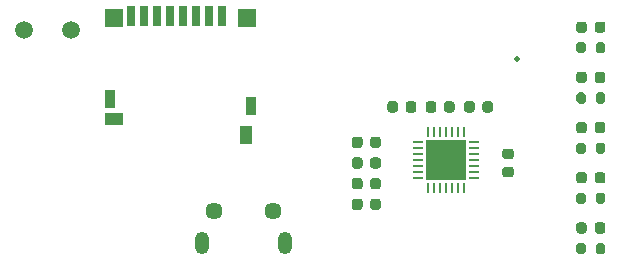
<source format=gbr>
%TF.GenerationSoftware,KiCad,Pcbnew,(5.1.9)-1*%
%TF.CreationDate,2021-08-08T21:49:21+01:00*%
%TF.ProjectId,glassphones - main pcb,676c6173-7370-4686-9f6e-6573202d206d,rev?*%
%TF.SameCoordinates,Original*%
%TF.FileFunction,Soldermask,Bot*%
%TF.FilePolarity,Negative*%
%FSLAX46Y46*%
G04 Gerber Fmt 4.6, Leading zero omitted, Abs format (unit mm)*
G04 Created by KiCad (PCBNEW (5.1.9)-1) date 2021-08-08 21:49:21*
%MOMM*%
%LPD*%
G01*
G04 APERTURE LIST*
%ADD10R,1.041400X1.549400*%
%ADD11R,1.549400X1.041400*%
%ADD12R,0.838200X1.549400*%
%ADD13R,1.498600X1.498600*%
%ADD14R,0.762000X1.803400*%
%ADD15C,0.500000*%
%ADD16O,1.200000X1.900000*%
%ADD17C,1.450000*%
%ADD18R,3.352800X3.352800*%
%ADD19R,0.254000X0.965200*%
%ADD20R,0.965200X0.254000*%
%ADD21C,1.500000*%
G04 APERTURE END LIST*
D10*
%TO.C,J2*%
X157804294Y-49381298D03*
D11*
X146650316Y-48060300D03*
D12*
X158205208Y-46956299D03*
X146294792Y-46306298D03*
D13*
X157875000Y-39481699D03*
X146625000Y-39481699D03*
D14*
X155800712Y-39329299D03*
X154700711Y-39329299D03*
X153600711Y-39329299D03*
X152500711Y-39329299D03*
X151400713Y-39329299D03*
X150300713Y-39329299D03*
X149200712Y-39329299D03*
X148100712Y-39329299D03*
%TD*%
D15*
%TO.C,U3*%
X180775000Y-42975000D03*
%TD*%
D16*
%TO.C,J1*%
X161100000Y-58500000D03*
X154100000Y-58500000D03*
D17*
X160100000Y-55800000D03*
X155100000Y-55800000D03*
%TD*%
D18*
%TO.C,U2*%
X174750000Y-51500000D03*
D19*
X176250000Y-49125100D03*
X175750001Y-49125100D03*
X175249999Y-49125100D03*
X174750000Y-49125100D03*
X174250001Y-49125100D03*
X173749999Y-49125100D03*
X173250000Y-49125100D03*
D20*
X172375100Y-50000000D03*
X172375100Y-50499999D03*
X172375100Y-51000001D03*
X172375100Y-51500000D03*
X172375100Y-51999999D03*
X172375100Y-52500001D03*
X172375100Y-53000000D03*
D19*
X173250000Y-53874900D03*
X173749999Y-53874900D03*
X174250001Y-53874900D03*
X174750000Y-53874900D03*
X175249999Y-53874900D03*
X175750001Y-53874900D03*
X176250000Y-53874900D03*
D20*
X177124900Y-53000000D03*
X177124900Y-52500001D03*
X177124900Y-51999999D03*
X177124900Y-51500000D03*
X177124900Y-51000001D03*
X177124900Y-50499999D03*
X177124900Y-50000000D03*
%TD*%
%TO.C,R12*%
G36*
G01*
X186575000Y-41725000D02*
X186575000Y-42275000D01*
G75*
G02*
X186375000Y-42475000I-200000J0D01*
G01*
X185975000Y-42475000D01*
G75*
G02*
X185775000Y-42275000I0J200000D01*
G01*
X185775000Y-41725000D01*
G75*
G02*
X185975000Y-41525000I200000J0D01*
G01*
X186375000Y-41525000D01*
G75*
G02*
X186575000Y-41725000I0J-200000D01*
G01*
G37*
G36*
G01*
X188225000Y-41725000D02*
X188225000Y-42275000D01*
G75*
G02*
X188025000Y-42475000I-200000J0D01*
G01*
X187625000Y-42475000D01*
G75*
G02*
X187425000Y-42275000I0J200000D01*
G01*
X187425000Y-41725000D01*
G75*
G02*
X187625000Y-41525000I200000J0D01*
G01*
X188025000Y-41525000D01*
G75*
G02*
X188225000Y-41725000I0J-200000D01*
G01*
G37*
%TD*%
%TO.C,R11*%
G36*
G01*
X187425000Y-59275000D02*
X187425000Y-58725000D01*
G75*
G02*
X187625000Y-58525000I200000J0D01*
G01*
X188025000Y-58525000D01*
G75*
G02*
X188225000Y-58725000I0J-200000D01*
G01*
X188225000Y-59275000D01*
G75*
G02*
X188025000Y-59475000I-200000J0D01*
G01*
X187625000Y-59475000D01*
G75*
G02*
X187425000Y-59275000I0J200000D01*
G01*
G37*
G36*
G01*
X185775000Y-59275000D02*
X185775000Y-58725000D01*
G75*
G02*
X185975000Y-58525000I200000J0D01*
G01*
X186375000Y-58525000D01*
G75*
G02*
X186575000Y-58725000I0J-200000D01*
G01*
X186575000Y-59275000D01*
G75*
G02*
X186375000Y-59475000I-200000J0D01*
G01*
X185975000Y-59475000D01*
G75*
G02*
X185775000Y-59275000I0J200000D01*
G01*
G37*
%TD*%
%TO.C,R10*%
G36*
G01*
X187425000Y-55025000D02*
X187425000Y-54475000D01*
G75*
G02*
X187625000Y-54275000I200000J0D01*
G01*
X188025000Y-54275000D01*
G75*
G02*
X188225000Y-54475000I0J-200000D01*
G01*
X188225000Y-55025000D01*
G75*
G02*
X188025000Y-55225000I-200000J0D01*
G01*
X187625000Y-55225000D01*
G75*
G02*
X187425000Y-55025000I0J200000D01*
G01*
G37*
G36*
G01*
X185775000Y-55025000D02*
X185775000Y-54475000D01*
G75*
G02*
X185975000Y-54275000I200000J0D01*
G01*
X186375000Y-54275000D01*
G75*
G02*
X186575000Y-54475000I0J-200000D01*
G01*
X186575000Y-55025000D01*
G75*
G02*
X186375000Y-55225000I-200000J0D01*
G01*
X185975000Y-55225000D01*
G75*
G02*
X185775000Y-55025000I0J200000D01*
G01*
G37*
%TD*%
%TO.C,R9*%
G36*
G01*
X187425000Y-50775000D02*
X187425000Y-50225000D01*
G75*
G02*
X187625000Y-50025000I200000J0D01*
G01*
X188025000Y-50025000D01*
G75*
G02*
X188225000Y-50225000I0J-200000D01*
G01*
X188225000Y-50775000D01*
G75*
G02*
X188025000Y-50975000I-200000J0D01*
G01*
X187625000Y-50975000D01*
G75*
G02*
X187425000Y-50775000I0J200000D01*
G01*
G37*
G36*
G01*
X185775000Y-50775000D02*
X185775000Y-50225000D01*
G75*
G02*
X185975000Y-50025000I200000J0D01*
G01*
X186375000Y-50025000D01*
G75*
G02*
X186575000Y-50225000I0J-200000D01*
G01*
X186575000Y-50775000D01*
G75*
G02*
X186375000Y-50975000I-200000J0D01*
G01*
X185975000Y-50975000D01*
G75*
G02*
X185775000Y-50775000I0J200000D01*
G01*
G37*
%TD*%
%TO.C,R8*%
G36*
G01*
X187425000Y-46525000D02*
X187425000Y-45975000D01*
G75*
G02*
X187625000Y-45775000I200000J0D01*
G01*
X188025000Y-45775000D01*
G75*
G02*
X188225000Y-45975000I0J-200000D01*
G01*
X188225000Y-46525000D01*
G75*
G02*
X188025000Y-46725000I-200000J0D01*
G01*
X187625000Y-46725000D01*
G75*
G02*
X187425000Y-46525000I0J200000D01*
G01*
G37*
G36*
G01*
X185775000Y-46525000D02*
X185775000Y-45975000D01*
G75*
G02*
X185975000Y-45775000I200000J0D01*
G01*
X186375000Y-45775000D01*
G75*
G02*
X186575000Y-45975000I0J-200000D01*
G01*
X186575000Y-46525000D01*
G75*
G02*
X186375000Y-46725000I-200000J0D01*
G01*
X185975000Y-46725000D01*
G75*
G02*
X185775000Y-46525000I0J200000D01*
G01*
G37*
%TD*%
D21*
%TO.C,J4*%
X139000000Y-40500000D03*
%TD*%
%TO.C,J3*%
X143000000Y-40500000D03*
%TD*%
%TO.C,C8*%
G36*
G01*
X179750000Y-52075000D02*
X180250000Y-52075000D01*
G75*
G02*
X180475000Y-52300000I0J-225000D01*
G01*
X180475000Y-52750000D01*
G75*
G02*
X180250000Y-52975000I-225000J0D01*
G01*
X179750000Y-52975000D01*
G75*
G02*
X179525000Y-52750000I0J225000D01*
G01*
X179525000Y-52300000D01*
G75*
G02*
X179750000Y-52075000I225000J0D01*
G01*
G37*
G36*
G01*
X179750000Y-50525000D02*
X180250000Y-50525000D01*
G75*
G02*
X180475000Y-50750000I0J-225000D01*
G01*
X180475000Y-51200000D01*
G75*
G02*
X180250000Y-51425000I-225000J0D01*
G01*
X179750000Y-51425000D01*
G75*
G02*
X179525000Y-51200000I0J225000D01*
G01*
X179525000Y-50750000D01*
G75*
G02*
X179750000Y-50525000I225000J0D01*
G01*
G37*
%TD*%
%TO.C,C7*%
G36*
G01*
X177825000Y-47250000D02*
X177825000Y-46750000D01*
G75*
G02*
X178050000Y-46525000I225000J0D01*
G01*
X178500000Y-46525000D01*
G75*
G02*
X178725000Y-46750000I0J-225000D01*
G01*
X178725000Y-47250000D01*
G75*
G02*
X178500000Y-47475000I-225000J0D01*
G01*
X178050000Y-47475000D01*
G75*
G02*
X177825000Y-47250000I0J225000D01*
G01*
G37*
G36*
G01*
X176275000Y-47250000D02*
X176275000Y-46750000D01*
G75*
G02*
X176500000Y-46525000I225000J0D01*
G01*
X176950000Y-46525000D01*
G75*
G02*
X177175000Y-46750000I0J-225000D01*
G01*
X177175000Y-47250000D01*
G75*
G02*
X176950000Y-47475000I-225000J0D01*
G01*
X176500000Y-47475000D01*
G75*
G02*
X176275000Y-47250000I0J225000D01*
G01*
G37*
%TD*%
%TO.C,C6*%
G36*
G01*
X167675000Y-49750000D02*
X167675000Y-50250000D01*
G75*
G02*
X167450000Y-50475000I-225000J0D01*
G01*
X167000000Y-50475000D01*
G75*
G02*
X166775000Y-50250000I0J225000D01*
G01*
X166775000Y-49750000D01*
G75*
G02*
X167000000Y-49525000I225000J0D01*
G01*
X167450000Y-49525000D01*
G75*
G02*
X167675000Y-49750000I0J-225000D01*
G01*
G37*
G36*
G01*
X169225000Y-49750000D02*
X169225000Y-50250000D01*
G75*
G02*
X169000000Y-50475000I-225000J0D01*
G01*
X168550000Y-50475000D01*
G75*
G02*
X168325000Y-50250000I0J225000D01*
G01*
X168325000Y-49750000D01*
G75*
G02*
X168550000Y-49525000I225000J0D01*
G01*
X169000000Y-49525000D01*
G75*
G02*
X169225000Y-49750000I0J-225000D01*
G01*
G37*
%TD*%
%TO.C,C5*%
G36*
G01*
X168325000Y-55500000D02*
X168325000Y-55000000D01*
G75*
G02*
X168550000Y-54775000I225000J0D01*
G01*
X169000000Y-54775000D01*
G75*
G02*
X169225000Y-55000000I0J-225000D01*
G01*
X169225000Y-55500000D01*
G75*
G02*
X169000000Y-55725000I-225000J0D01*
G01*
X168550000Y-55725000D01*
G75*
G02*
X168325000Y-55500000I0J225000D01*
G01*
G37*
G36*
G01*
X166775000Y-55500000D02*
X166775000Y-55000000D01*
G75*
G02*
X167000000Y-54775000I225000J0D01*
G01*
X167450000Y-54775000D01*
G75*
G02*
X167675000Y-55000000I0J-225000D01*
G01*
X167675000Y-55500000D01*
G75*
G02*
X167450000Y-55725000I-225000J0D01*
G01*
X167000000Y-55725000D01*
G75*
G02*
X166775000Y-55500000I0J225000D01*
G01*
G37*
%TD*%
%TO.C,C4*%
G36*
G01*
X168325000Y-52000000D02*
X168325000Y-51500000D01*
G75*
G02*
X168550000Y-51275000I225000J0D01*
G01*
X169000000Y-51275000D01*
G75*
G02*
X169225000Y-51500000I0J-225000D01*
G01*
X169225000Y-52000000D01*
G75*
G02*
X169000000Y-52225000I-225000J0D01*
G01*
X168550000Y-52225000D01*
G75*
G02*
X168325000Y-52000000I0J225000D01*
G01*
G37*
G36*
G01*
X166775000Y-52000000D02*
X166775000Y-51500000D01*
G75*
G02*
X167000000Y-51275000I225000J0D01*
G01*
X167450000Y-51275000D01*
G75*
G02*
X167675000Y-51500000I0J-225000D01*
G01*
X167675000Y-52000000D01*
G75*
G02*
X167450000Y-52225000I-225000J0D01*
G01*
X167000000Y-52225000D01*
G75*
G02*
X166775000Y-52000000I0J225000D01*
G01*
G37*
%TD*%
%TO.C,C3*%
G36*
G01*
X168325000Y-53750000D02*
X168325000Y-53250000D01*
G75*
G02*
X168550000Y-53025000I225000J0D01*
G01*
X169000000Y-53025000D01*
G75*
G02*
X169225000Y-53250000I0J-225000D01*
G01*
X169225000Y-53750000D01*
G75*
G02*
X169000000Y-53975000I-225000J0D01*
G01*
X168550000Y-53975000D01*
G75*
G02*
X168325000Y-53750000I0J225000D01*
G01*
G37*
G36*
G01*
X166775000Y-53750000D02*
X166775000Y-53250000D01*
G75*
G02*
X167000000Y-53025000I225000J0D01*
G01*
X167450000Y-53025000D01*
G75*
G02*
X167675000Y-53250000I0J-225000D01*
G01*
X167675000Y-53750000D01*
G75*
G02*
X167450000Y-53975000I-225000J0D01*
G01*
X167000000Y-53975000D01*
G75*
G02*
X166775000Y-53750000I0J225000D01*
G01*
G37*
%TD*%
%TO.C,C2*%
G36*
G01*
X171325000Y-47250000D02*
X171325000Y-46750000D01*
G75*
G02*
X171550000Y-46525000I225000J0D01*
G01*
X172000000Y-46525000D01*
G75*
G02*
X172225000Y-46750000I0J-225000D01*
G01*
X172225000Y-47250000D01*
G75*
G02*
X172000000Y-47475000I-225000J0D01*
G01*
X171550000Y-47475000D01*
G75*
G02*
X171325000Y-47250000I0J225000D01*
G01*
G37*
G36*
G01*
X169775000Y-47250000D02*
X169775000Y-46750000D01*
G75*
G02*
X170000000Y-46525000I225000J0D01*
G01*
X170450000Y-46525000D01*
G75*
G02*
X170675000Y-46750000I0J-225000D01*
G01*
X170675000Y-47250000D01*
G75*
G02*
X170450000Y-47475000I-225000J0D01*
G01*
X170000000Y-47475000D01*
G75*
G02*
X169775000Y-47250000I0J225000D01*
G01*
G37*
%TD*%
%TO.C,C1*%
G36*
G01*
X173925000Y-46750000D02*
X173925000Y-47250000D01*
G75*
G02*
X173700000Y-47475000I-225000J0D01*
G01*
X173250000Y-47475000D01*
G75*
G02*
X173025000Y-47250000I0J225000D01*
G01*
X173025000Y-46750000D01*
G75*
G02*
X173250000Y-46525000I225000J0D01*
G01*
X173700000Y-46525000D01*
G75*
G02*
X173925000Y-46750000I0J-225000D01*
G01*
G37*
G36*
G01*
X175475000Y-46750000D02*
X175475000Y-47250000D01*
G75*
G02*
X175250000Y-47475000I-225000J0D01*
G01*
X174800000Y-47475000D01*
G75*
G02*
X174575000Y-47250000I0J225000D01*
G01*
X174575000Y-46750000D01*
G75*
G02*
X174800000Y-46525000I225000J0D01*
G01*
X175250000Y-46525000D01*
G75*
G02*
X175475000Y-46750000I0J-225000D01*
G01*
G37*
%TD*%
%TO.C,D5*%
G36*
G01*
X186650000Y-39993750D02*
X186650000Y-40506250D01*
G75*
G02*
X186431250Y-40725000I-218750J0D01*
G01*
X185993750Y-40725000D01*
G75*
G02*
X185775000Y-40506250I0J218750D01*
G01*
X185775000Y-39993750D01*
G75*
G02*
X185993750Y-39775000I218750J0D01*
G01*
X186431250Y-39775000D01*
G75*
G02*
X186650000Y-39993750I0J-218750D01*
G01*
G37*
G36*
G01*
X188225000Y-39993750D02*
X188225000Y-40506250D01*
G75*
G02*
X188006250Y-40725000I-218750J0D01*
G01*
X187568750Y-40725000D01*
G75*
G02*
X187350000Y-40506250I0J218750D01*
G01*
X187350000Y-39993750D01*
G75*
G02*
X187568750Y-39775000I218750J0D01*
G01*
X188006250Y-39775000D01*
G75*
G02*
X188225000Y-39993750I0J-218750D01*
G01*
G37*
%TD*%
%TO.C,D4*%
G36*
G01*
X186650000Y-56993750D02*
X186650000Y-57506250D01*
G75*
G02*
X186431250Y-57725000I-218750J0D01*
G01*
X185993750Y-57725000D01*
G75*
G02*
X185775000Y-57506250I0J218750D01*
G01*
X185775000Y-56993750D01*
G75*
G02*
X185993750Y-56775000I218750J0D01*
G01*
X186431250Y-56775000D01*
G75*
G02*
X186650000Y-56993750I0J-218750D01*
G01*
G37*
G36*
G01*
X188225000Y-56993750D02*
X188225000Y-57506250D01*
G75*
G02*
X188006250Y-57725000I-218750J0D01*
G01*
X187568750Y-57725000D01*
G75*
G02*
X187350000Y-57506250I0J218750D01*
G01*
X187350000Y-56993750D01*
G75*
G02*
X187568750Y-56775000I218750J0D01*
G01*
X188006250Y-56775000D01*
G75*
G02*
X188225000Y-56993750I0J-218750D01*
G01*
G37*
%TD*%
%TO.C,D3*%
G36*
G01*
X186650000Y-52743750D02*
X186650000Y-53256250D01*
G75*
G02*
X186431250Y-53475000I-218750J0D01*
G01*
X185993750Y-53475000D01*
G75*
G02*
X185775000Y-53256250I0J218750D01*
G01*
X185775000Y-52743750D01*
G75*
G02*
X185993750Y-52525000I218750J0D01*
G01*
X186431250Y-52525000D01*
G75*
G02*
X186650000Y-52743750I0J-218750D01*
G01*
G37*
G36*
G01*
X188225000Y-52743750D02*
X188225000Y-53256250D01*
G75*
G02*
X188006250Y-53475000I-218750J0D01*
G01*
X187568750Y-53475000D01*
G75*
G02*
X187350000Y-53256250I0J218750D01*
G01*
X187350000Y-52743750D01*
G75*
G02*
X187568750Y-52525000I218750J0D01*
G01*
X188006250Y-52525000D01*
G75*
G02*
X188225000Y-52743750I0J-218750D01*
G01*
G37*
%TD*%
%TO.C,D2*%
G36*
G01*
X186650000Y-48493750D02*
X186650000Y-49006250D01*
G75*
G02*
X186431250Y-49225000I-218750J0D01*
G01*
X185993750Y-49225000D01*
G75*
G02*
X185775000Y-49006250I0J218750D01*
G01*
X185775000Y-48493750D01*
G75*
G02*
X185993750Y-48275000I218750J0D01*
G01*
X186431250Y-48275000D01*
G75*
G02*
X186650000Y-48493750I0J-218750D01*
G01*
G37*
G36*
G01*
X188225000Y-48493750D02*
X188225000Y-49006250D01*
G75*
G02*
X188006250Y-49225000I-218750J0D01*
G01*
X187568750Y-49225000D01*
G75*
G02*
X187350000Y-49006250I0J218750D01*
G01*
X187350000Y-48493750D01*
G75*
G02*
X187568750Y-48275000I218750J0D01*
G01*
X188006250Y-48275000D01*
G75*
G02*
X188225000Y-48493750I0J-218750D01*
G01*
G37*
%TD*%
%TO.C,D1*%
G36*
G01*
X186650000Y-44243750D02*
X186650000Y-44756250D01*
G75*
G02*
X186431250Y-44975000I-218750J0D01*
G01*
X185993750Y-44975000D01*
G75*
G02*
X185775000Y-44756250I0J218750D01*
G01*
X185775000Y-44243750D01*
G75*
G02*
X185993750Y-44025000I218750J0D01*
G01*
X186431250Y-44025000D01*
G75*
G02*
X186650000Y-44243750I0J-218750D01*
G01*
G37*
G36*
G01*
X188225000Y-44243750D02*
X188225000Y-44756250D01*
G75*
G02*
X188006250Y-44975000I-218750J0D01*
G01*
X187568750Y-44975000D01*
G75*
G02*
X187350000Y-44756250I0J218750D01*
G01*
X187350000Y-44243750D01*
G75*
G02*
X187568750Y-44025000I218750J0D01*
G01*
X188006250Y-44025000D01*
G75*
G02*
X188225000Y-44243750I0J-218750D01*
G01*
G37*
%TD*%
M02*

</source>
